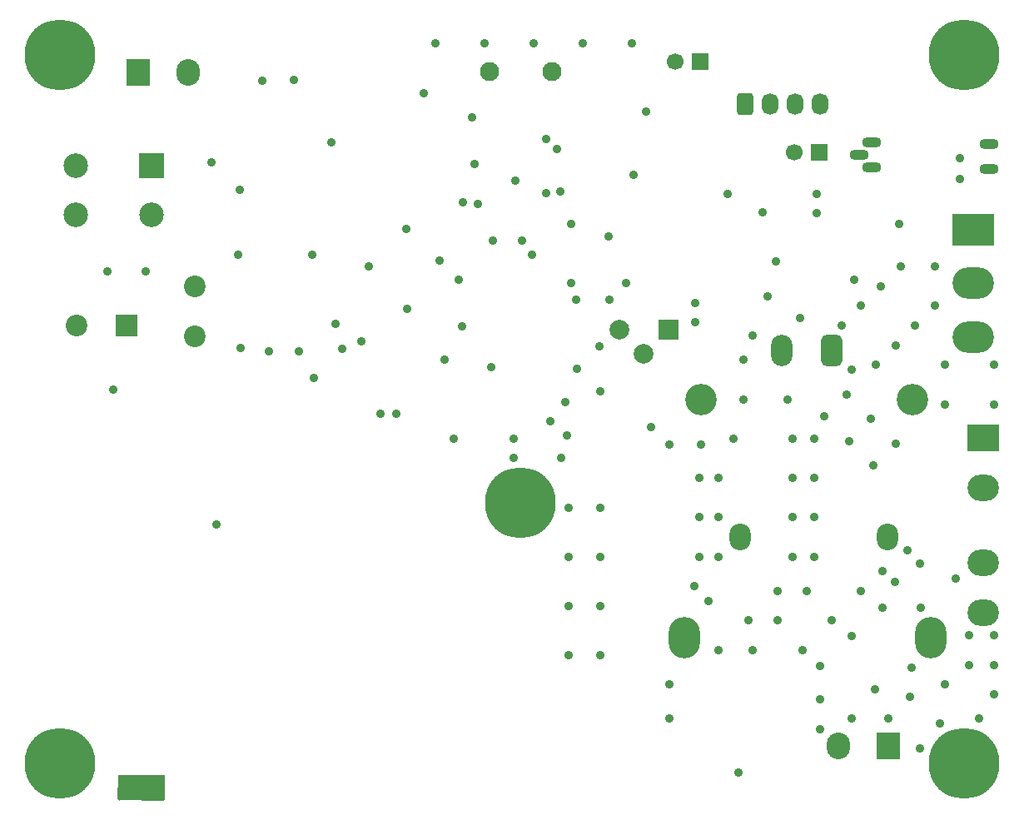
<source format=gbs>
G04 Layer_Color=8150272*
%FSLAX43Y43*%
%MOMM*%
G71*
G01*
G75*
%ADD77C,2.000*%
%ADD99C,7.200*%
%ADD100C,3.200*%
%ADD101R,2.000X2.000*%
%ADD102O,2.400X2.700*%
%ADD103R,2.400X2.700*%
G04:AMPARAMS|DCode=104|XSize=1.7mm|YSize=2.2mm|CornerRadius=0.325mm|HoleSize=0mm|Usage=FLASHONLY|Rotation=0.000|XOffset=0mm|YOffset=0mm|HoleType=Round|Shape=RoundedRectangle|*
%AMROUNDEDRECTD104*
21,1,1.700,1.550,0,0,0.0*
21,1,1.050,2.200,0,0,0.0*
1,1,0.650,0.525,-0.775*
1,1,0.650,-0.525,-0.775*
1,1,0.650,-0.525,0.775*
1,1,0.650,0.525,0.775*
%
%ADD104ROUNDEDRECTD104*%
%ADD105O,1.700X2.200*%
%ADD106O,1.950X1.100*%
%ADD107C,1.950*%
%ADD108R,3.200X2.700*%
%ADD109O,3.200X2.700*%
%ADD110R,4.200X3.200*%
%ADD111O,4.200X3.200*%
%ADD112C,2.500*%
%ADD113R,2.500X2.500*%
%ADD114O,3.200X4.200*%
%ADD115C,2.200*%
%ADD116O,2.200X3.200*%
G04:AMPARAMS|DCode=117|XSize=2.2mm|YSize=3.2mm|CornerRadius=0.6mm|HoleSize=0mm|Usage=FLASHONLY|Rotation=180.000|XOffset=0mm|YOffset=0mm|HoleType=Round|Shape=RoundedRectangle|*
%AMROUNDEDRECTD117*
21,1,2.200,2.000,0,0,180.0*
21,1,1.000,3.200,0,0,180.0*
1,1,1.200,-0.500,1.000*
1,1,1.200,0.500,1.000*
1,1,1.200,0.500,-1.000*
1,1,1.200,-0.500,-1.000*
%
%ADD117ROUNDEDRECTD117*%
%ADD118R,1.700X1.700*%
%ADD119C,1.700*%
%ADD120R,2.200X2.200*%
%ADD121O,2.200X2.700*%
%ADD122C,0.900*%
G36*
X84578Y67788D02*
X84644Y67744D01*
X84688Y67678D01*
X84704Y67600D01*
X84700Y65400D01*
X84704D01*
X84688Y65322D01*
X84644Y65256D01*
X84578Y65212D01*
X84500Y65196D01*
X80100Y65200D01*
Y65196D01*
X80022Y65212D01*
X79956Y65256D01*
X79912Y65322D01*
X79896Y65400D01*
X79900Y67600D01*
X79896D01*
X79912Y67678D01*
X79956Y67744D01*
X80022Y67788D01*
X80100Y67804D01*
X84500Y67800D01*
Y67804D01*
X84578Y67788D01*
D02*
G37*
D77*
X133400Y110600D02*
D03*
X130900Y113100D02*
D03*
D99*
X74000Y141000D02*
D03*
X166000D02*
D03*
Y69000D02*
D03*
X74000D02*
D03*
X120800Y95500D02*
D03*
D100*
X160750Y106000D02*
D03*
X139250D02*
D03*
D101*
X135900Y113100D02*
D03*
D102*
X87080Y139250D02*
D03*
X153170Y70750D02*
D03*
D103*
X82000Y139250D02*
D03*
X158250Y70750D02*
D03*
D104*
X143660Y136000D02*
D03*
D105*
X146200D02*
D03*
X148740D02*
D03*
X151280D02*
D03*
D106*
X168500Y129430D02*
D03*
Y131970D02*
D03*
X156600Y129630D02*
D03*
X155330Y130900D02*
D03*
X156600Y132170D02*
D03*
D107*
X124050Y139300D02*
D03*
X117700D02*
D03*
D108*
X167900Y102040D02*
D03*
D109*
Y96960D02*
D03*
Y89340D02*
D03*
Y84260D02*
D03*
D110*
X166900Y123261D02*
D03*
D111*
Y117800D02*
D03*
Y112339D02*
D03*
D112*
X75650Y129750D02*
D03*
Y124750D02*
D03*
X83350D02*
D03*
D113*
Y129750D02*
D03*
D114*
X137550Y81750D02*
D03*
X162550D02*
D03*
D115*
X87750Y112420D02*
D03*
Y117500D02*
D03*
X75750Y113500D02*
D03*
D116*
X147460Y111000D02*
D03*
D117*
X152540D02*
D03*
D118*
X139100Y140300D02*
D03*
X151200Y131100D02*
D03*
D119*
X136600Y140300D02*
D03*
X148700Y131100D02*
D03*
D120*
X80750Y113500D02*
D03*
D121*
X143150Y92000D02*
D03*
X158150D02*
D03*
D122*
X169000Y109500D02*
D03*
Y105500D02*
D03*
X164000D02*
D03*
Y109500D02*
D03*
X163000Y115500D02*
D03*
X161000Y113500D02*
D03*
X159000Y111500D02*
D03*
X157000Y109500D02*
D03*
X154500Y109000D02*
D03*
X153500Y113500D02*
D03*
X155500Y115500D02*
D03*
X157500Y117500D02*
D03*
X159500Y119500D02*
D03*
X163000D02*
D03*
X138500Y87000D02*
D03*
X139000Y90000D02*
D03*
Y94000D02*
D03*
Y98000D02*
D03*
X150750Y90000D02*
D03*
Y94000D02*
D03*
Y98000D02*
D03*
Y102000D02*
D03*
X165100Y87800D02*
D03*
X149500Y80500D02*
D03*
X152500Y83500D02*
D03*
X155500Y86500D02*
D03*
X144500Y80500D02*
D03*
X147000Y83500D02*
D03*
X150000Y86500D02*
D03*
X141000Y90000D02*
D03*
Y94000D02*
D03*
Y98000D02*
D03*
X142500Y102000D02*
D03*
X143500Y106000D02*
D03*
Y110000D02*
D03*
X144500Y112500D02*
D03*
X148000Y106000D02*
D03*
X148500Y102000D02*
D03*
Y98000D02*
D03*
Y94000D02*
D03*
Y90000D02*
D03*
X147000Y86500D02*
D03*
X144000Y83500D02*
D03*
X141000Y80500D02*
D03*
X140000Y85500D02*
D03*
X89900Y93300D02*
D03*
X143000Y68000D02*
D03*
X114900Y113400D02*
D03*
X102000Y113700D02*
D03*
X154800Y118200D02*
D03*
X129800Y122600D02*
D03*
X132350Y128800D02*
D03*
X126000Y123800D02*
D03*
X124600Y131450D02*
D03*
X115000Y126000D02*
D03*
X125750Y85000D02*
D03*
X129000D02*
D03*
X125750Y80000D02*
D03*
Y90000D02*
D03*
Y95000D02*
D03*
X129000Y80000D02*
D03*
Y90000D02*
D03*
Y95000D02*
D03*
X120300Y128250D02*
D03*
X146800Y120025D02*
D03*
X131600Y117825D02*
D03*
X112650Y120100D02*
D03*
X145500Y125000D02*
D03*
X128900Y111400D02*
D03*
X126600Y109100D02*
D03*
X125400Y105750D02*
D03*
X129000Y106800D02*
D03*
X99800Y108200D02*
D03*
X102700Y111125D02*
D03*
X114575Y118135D02*
D03*
X149300Y114300D02*
D03*
X98300Y110875D02*
D03*
X95300D02*
D03*
X116550Y125900D02*
D03*
X105400Y119505D02*
D03*
X125000Y100000D02*
D03*
X117900Y109300D02*
D03*
X126000Y117825D02*
D03*
X123500Y127000D02*
D03*
Y132500D02*
D03*
X115900Y134700D02*
D03*
X104700Y111900D02*
D03*
X92100Y120700D02*
D03*
X122050D02*
D03*
X99650D02*
D03*
X146000Y116500D02*
D03*
X159400Y123800D02*
D03*
X169000Y82000D02*
D03*
Y79000D02*
D03*
Y76000D02*
D03*
X167500Y73500D02*
D03*
X163500Y73000D02*
D03*
X161500Y70500D02*
D03*
X166500Y82000D02*
D03*
Y79000D02*
D03*
X164000Y77000D02*
D03*
X160500Y75750D02*
D03*
X158250Y73500D02*
D03*
X161600Y84800D02*
D03*
X157700D02*
D03*
X154500Y81900D02*
D03*
X151300Y78900D02*
D03*
Y75500D02*
D03*
Y72400D02*
D03*
X160600Y78700D02*
D03*
X156900Y76500D02*
D03*
X154500Y73500D02*
D03*
X116200Y129900D02*
D03*
X160200Y90600D02*
D03*
X161500Y89300D02*
D03*
X158900Y87400D02*
D03*
X157700Y88500D02*
D03*
X154000Y106500D02*
D03*
X156500Y104000D02*
D03*
X159000Y101500D02*
D03*
X156750Y99250D02*
D03*
X154250Y101750D02*
D03*
X151750Y104250D02*
D03*
X136000Y77000D02*
D03*
Y73500D02*
D03*
X165500Y128400D02*
D03*
Y130500D02*
D03*
X141900Y126900D02*
D03*
X151000Y124900D02*
D03*
Y126900D02*
D03*
X120200Y102000D02*
D03*
Y100000D02*
D03*
X123900Y103800D02*
D03*
X125600Y102300D02*
D03*
X138600Y113800D02*
D03*
Y115800D02*
D03*
X106600Y104500D02*
D03*
X114100Y102000D02*
D03*
X126500Y116100D02*
D03*
X129900D02*
D03*
X121000Y122100D02*
D03*
X118000D02*
D03*
X124900Y127100D02*
D03*
X132200Y142200D02*
D03*
X127200D02*
D03*
X122200D02*
D03*
X117200D02*
D03*
X133600Y135300D02*
D03*
X79400Y107000D02*
D03*
X82700Y119000D02*
D03*
X78800D02*
D03*
X92300Y127300D02*
D03*
X89400Y130100D02*
D03*
X97800Y138500D02*
D03*
X94600Y138400D02*
D03*
X112200Y142200D02*
D03*
X111000Y137100D02*
D03*
X109300Y115200D02*
D03*
X109200Y123300D02*
D03*
X139200Y101400D02*
D03*
X136000D02*
D03*
X134100Y103200D02*
D03*
X101600Y132100D02*
D03*
X92400Y111200D02*
D03*
X113100Y110000D02*
D03*
X108200Y104500D02*
D03*
M02*

</source>
